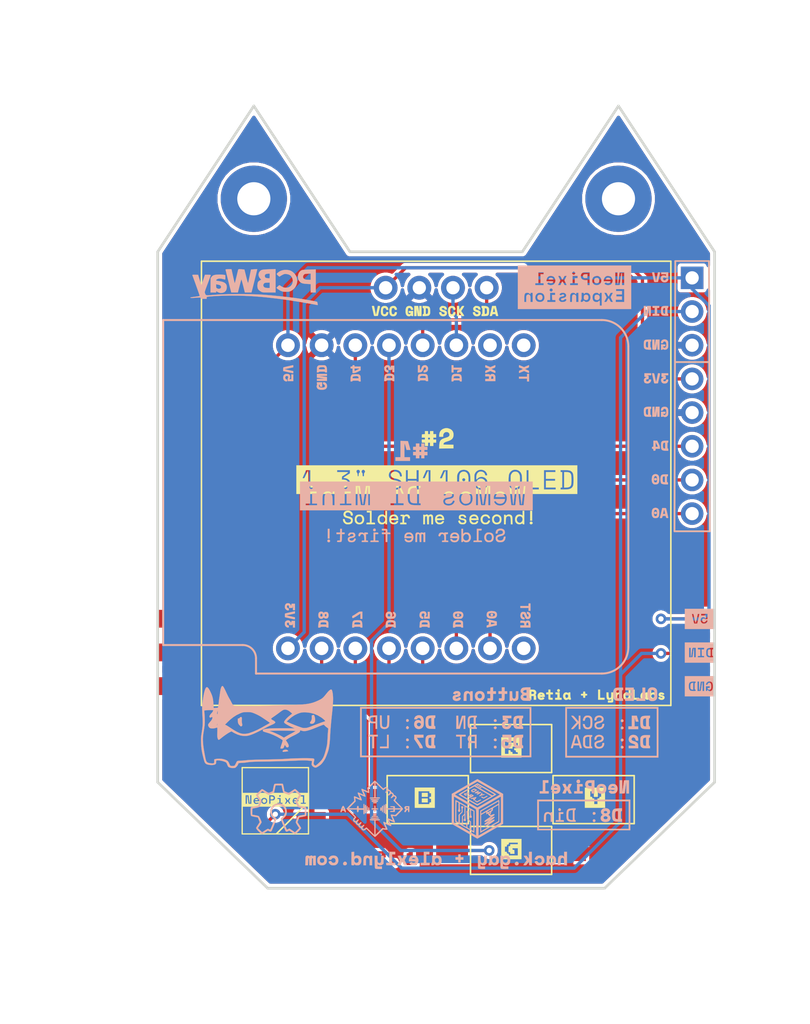
<source format=kicad_pcb>
(kicad_pcb (version 20171130) (host pcbnew 5.1.5+dfsg1-2build2)
  (layers (0 F.Cu signal) (31 B.Cu signal) (34 B.Paste user) (35 F.Paste user) (36 B.SilkS user) (37 F.SilkS user) (38 B.Mask user) (39 F.Mask user) (44 Edge.Cuts user))
  (net 0 "")
  (net 1 "Net-(Brd1-Pad4)")
  (net 2 "Net-(Brd1-Pad3)")
  (net 3 "Net-(Brd1-Pad2)")
  (net 4 "Net-(D1-Pad4)")
  (net 5 "Net-(D1-Pad2)")
  (net 6 /D6)
  (net 7 /D7)
  (net 8 /D5)
  (net 9 "Net-(U1-Pad16)")
  (net 10 "Net-(U1-Pad1)")
  (net 11 "Net-(U1-Pad15)")
  (net 12 "Net-(U1-Pad2)")
  (net 13 "Net-(U1-Pad3)")
  (net 14 "Net-(U1-Pad12)")
  (net 15 "Net-(U1-Pad11)")
  (net 16 +5V)
  (net 17 GND)
  (module Nugget-PCB-Art (layer F.Cu) (at 0 0)
    (fp_text reference Ref** hide)
    (fp_text value Val** hide)
    (fp_poly (pts (xy -9.630833 26.246667) (xy -9.704917 26.246667) (xy -9.75457 26.249943) (xy -9.774933 26.26843) (xy -9.778991 26.315111) (xy -9.779 26.32075) (xy -9.779 26.394834) (xy -10.522389 26.394834) (xy -10.51582 26.315459) (xy -10.50925 26.236084) (xy -10.218208 26.230195) (xy -9.927167 26.224306) (xy -9.927167 26.119667) (xy -10.519833 26.119667) (xy -10.519833 26.045584) (xy -10.52311 25.995931) (xy -10.541597 25.975567) (xy -10.588278 25.971509) (xy -10.593917 25.9715) (xy -10.668 25.9715) (xy -10.668 25.675167) (xy -10.3505 25.675167) (xy -10.3505 25.950334) (xy -9.927167 25.950334) (xy -9.927167 25.675167) (xy -10.3505 25.675167) (xy -10.668 25.675167) (xy -10.668 25.654) (xy -10.593917 25.654) (xy -10.544264 25.650724) (xy -10.523901 25.632237) (xy -10.519843 25.585556) (xy -10.519833 25.579917) (xy -10.519833 25.505834) (xy -9.630833 25.505834) (xy -9.630833 26.246667)) (layer F.Cu) (width 0.01))
    (fp_poly (pts (xy -8.466667 26.246667) (xy -8.54075 26.246667) (xy -8.590403 26.249943) (xy -8.610766 26.26843) (xy -8.614824 26.315111) (xy -8.614833 26.32075) (xy -8.614833 26.394834) (xy -9.358222 26.394834) (xy -9.351653 26.315459) (xy -9.345083 26.236084) (xy -9.054042 26.230195) (xy -8.763 26.224306) (xy -8.763 26.119667) (xy -9.355667 26.119667) (xy -9.355667 26.045584) (xy -9.358943 25.995931) (xy -9.37743 25.975567) (xy -9.424111 25.971509) (xy -9.42975 25.9715) (xy -9.503833 25.9715) (xy -9.503833 25.675167) (xy -9.186333 25.675167) (xy -9.186333 25.950334) (xy -8.763 25.950334) (xy -8.763 25.675167) (xy -9.186333 25.675167) (xy -9.503833 25.675167) (xy -9.503833 25.654) (xy -9.42975 25.654) (xy -9.380097 25.650724) (xy -9.359734 25.632237) (xy -9.355676 25.585556) (xy -9.355667 25.579917) (xy -9.355667 25.505834) (xy -8.466667 25.505834) (xy -8.466667 26.246667)) (layer F.Cu) (width 0.01))
    (fp_poly (pts (xy -12.678833 25.283584) (xy -12.675557 25.333236) (xy -12.65707 25.3536) (xy -12.610389 25.357658) (xy -12.60475 25.357667) (xy -12.555097 25.360943) (xy -12.534734 25.37943) (xy -12.530676 25.426111) (xy -12.530667 25.43175) (xy -12.52739 25.481403) (xy -12.508904 25.501766) (xy -12.462222 25.505824) (xy -12.456583 25.505834) (xy -12.406931 25.50911) (xy -12.386567 25.527597) (xy -12.382509 25.574278) (xy -12.3825 25.579917) (xy -12.37896 25.629691) (xy -12.361005 25.650106) (xy -12.319 25.654) (xy -12.2555 25.654) (xy -12.2555 25.2095) (xy -11.959167 25.2095) (xy -11.959167 26.246667) (xy -12.2555 26.246667) (xy -12.2555 25.9715) (xy -12.329583 25.9715) (xy -12.379236 25.968224) (xy -12.3996 25.949737) (xy -12.403658 25.903056) (xy -12.403667 25.897417) (xy -12.406943 25.847764) (xy -12.42543 25.827401) (xy -12.472111 25.823343) (xy -12.47775 25.823334) (xy -12.527403 25.820057) (xy -12.547766 25.80157) (xy -12.551824 25.754889) (xy -12.551833 25.74925) (xy -12.555373 25.699476) (xy -12.573328 25.679061) (xy -12.615333 25.675167) (xy -12.678833 25.675167) (xy -12.678833 26.246667) (xy -12.996333 26.246667) (xy -12.996333 25.2095) (xy -12.678833 25.2095) (xy -12.678833 25.283584)) (layer F.Cu) (width 0.01))
    (fp_poly (pts (xy -11.514667 26.0985) (xy -11.091333 26.0985) (xy -11.091333 25.505834) (xy -10.795 25.505834) (xy -10.795 26.246667) (xy -11.684 26.246667) (xy -11.684 26.184508) (xy -11.689542 26.140853) (xy -11.714879 26.121691) (xy -11.752792 26.115716) (xy -11.821583 26.109084) (xy -11.833329 25.505834) (xy -11.514667 25.505834) (xy -11.514667 26.0985)) (layer F.Cu) (width 0.01))
    (fp_poly (pts (xy -7.450667 25.579917) (xy -7.44739 25.62957) (xy -7.428904 25.649933) (xy -7.382222 25.653991) (xy -7.376583 25.654) (xy -7.3025 25.654) (xy -7.3025 25.9715) (xy -8.022167 25.9715) (xy -8.022167 26.0985) (xy -7.450667 26.0985) (xy -7.450667 26.246667) (xy -8.1915 26.246667) (xy -8.1915 26.184508) (xy -8.197042 26.140853) (xy -8.222379 26.121691) (xy -8.260292 26.115716) (xy -8.329083 26.109084) (xy -8.34054 25.675167) (xy -8.022167 25.675167) (xy -8.022167 25.802167) (xy -7.598833 25.802167) (xy -7.598833 25.675167) (xy -8.022167 25.675167) (xy -8.34054 25.675167) (xy -8.341099 25.654) (xy -8.2663 25.654) (xy -8.21633 25.65081) (xy -8.195711 25.632704) (xy -8.191514 25.586875) (xy -8.1915 25.579917) (xy -8.1915 25.505834) (xy -7.450667 25.505834) (xy -7.450667 25.579917)) (layer F.Cu) (width 0.01))
    (fp_poly (pts (xy -6.577542 25.213865) (xy -6.424083 25.220084) (xy -6.417825 25.362959) (xy -6.411566 25.505834) (xy -6.138333 25.505834) (xy -6.138333 25.675167) (xy -6.4135 25.675167) (xy -6.4135 26.246667) (xy -6.731 26.246667) (xy -6.731 25.675167) (xy -7.027333 25.675167) (xy -7.027333 25.505834) (xy -6.731 25.505834) (xy -6.731 25.207646) (xy -6.577542 25.213865)) (layer F.Cu) (width 0.01))
    (fp_poly (pts (xy -3.958167 25.283584) (xy -3.95489 25.333236) (xy -3.936404 25.3536) (xy -3.889722 25.357658) (xy -3.884083 25.357667) (xy -3.81 25.357667) (xy -3.81 25.675167) (xy -3.884083 25.675167) (xy -3.933736 25.678443) (xy -3.9541 25.69693) (xy -3.958158 25.743611) (xy -3.958167 25.74925) (xy -3.961748 25.79905) (xy -3.979657 25.819474) (xy -4.020326 25.823334) (xy -4.063981 25.828875) (xy -4.083143 25.854213) (xy -4.089117 25.892125) (xy -4.09575 25.960917) (xy -4.238625 25.967176) (xy -4.314249 25.971183) (xy -4.356974 25.977878) (xy -4.376194 25.991786) (xy -4.381302 26.017427) (xy -4.3815 26.035967) (xy -4.3815 26.0985) (xy -3.81 26.0985) (xy -3.81 26.246667) (xy -4.847167 26.246667) (xy -4.847167 25.950334) (xy -4.773083 25.950334) (xy -4.723431 25.947057) (xy -4.703067 25.92857) (xy -4.699009 25.881889) (xy -4.699 25.87625) (xy -4.695724 25.826597) (xy -4.677237 25.806234) (xy -4.630556 25.802176) (xy -4.624917 25.802167) (xy -4.575264 25.79889) (xy -4.554901 25.780404) (xy -4.550843 25.733722) (xy -4.550833 25.728084) (xy -4.550833 25.654) (xy -4.2545 25.654) (xy -4.2545 25.579917) (xy -4.251224 25.530264) (xy -4.232737 25.509901) (xy -4.186056 25.505843) (xy -4.180417 25.505834) (xy -4.130643 25.502294) (xy -4.110228 25.484339) (xy -4.106333 25.442334) (xy -4.106333 25.378834) (xy -4.529667 25.378834) (xy -4.529667 25.527) (xy -4.847167 25.527) (xy -4.847167 25.442334) (xy -4.844924 25.388124) (xy -4.831076 25.364034) (xy -4.794944 25.357856) (xy -4.773083 25.357667) (xy -4.723431 25.35439) (xy -4.703067 25.335904) (xy -4.699009 25.289222) (xy -4.699 25.283584) (xy -4.699 25.2095) (xy -3.958167 25.2095) (xy -3.958167 25.283584)) (layer F.Cu) (width 0.01))
    (fp_poly (pts (xy -3.069167 26.246667) (xy -3.386667 26.246667) (xy -3.386667 25.950334) (xy -3.069167 25.950334) (xy -3.069167 26.246667)) (layer F.Cu) (width 0.01))
    (fp_poly (pts (xy -1.767417 25.220084) (xy -1.755975 26.0985) (xy -1.481667 26.0985) (xy -1.481667 26.246667) (xy -2.370667 26.246667) (xy -2.370667 26.0985) (xy -2.074333 26.0985) (xy -2.074333 25.527) (xy -2.148417 25.527) (xy -2.19585 25.524437) (xy -2.216929 25.508611) (xy -2.222335 25.467317) (xy -2.2225 25.442334) (xy -2.220257 25.388124) (xy -2.206409 25.364034) (xy -2.170277 25.357856) (xy -2.148417 25.357667) (xy -2.098973 25.354462) (xy -2.078535 25.33624) (xy -2.074349 25.290088) (xy -2.074333 25.282656) (xy -2.074333 25.207646) (xy -1.767417 25.220084)) (layer F.Cu) (width 0.01))
    (fp_poly (pts (xy -18.944167 13.419667) (xy -20.997333 13.419667) (xy -20.997333 12.086167) (xy -18.944167 12.086167) (xy -18.944167 13.419667)) (layer F.Cu) (width 0.01))
    (fp_poly (pts (xy 20.997333 13.419667) (xy 18.944167 13.419667) (xy 18.944167 12.086167) (xy 20.997333 12.086167) (xy 20.997333 13.419667)) (layer F.Cu) (width 0.01))
    (fp_poly (pts (xy -18.944167 10.879667) (xy -20.997333 10.879667) (xy -20.997333 9.546167) (xy -18.944167 9.546167) (xy -18.944167 10.879667)) (layer F.Cu) (width 0.01))
    (fp_poly (pts (xy 20.997333 10.879667) (xy 18.944167 10.879667) (xy 18.944167 9.546167) (xy 20.997333 9.546167) (xy 20.997333 10.879667)) (layer F.Cu) (width 0.01))
    (fp_poly (pts (xy -18.944167 8.339667) (xy -20.997333 8.339667) (xy -20.997333 7.006167) (xy -18.944167 7.006167) (xy -18.944167 8.339667)) (layer F.Cu) (width 0.01))
    (fp_poly (pts (xy 20.997333 8.339667) (xy 18.944167 8.339667) (xy 18.944167 7.006167) (xy 20.997333 7.006167) (xy 20.997333 8.339667)) (layer F.Cu) (width 0.01))
    (fp_poly (pts (xy -18.880667 -0.529166) (xy -19.452167 -0.529166) (xy -19.452167 -0.105833) (xy -18.880667 -0.105833) (xy -18.880667 0.1905) (xy -19.8755 0.1905) (xy -19.8755 -0.105833) (xy -19.600333 -0.105833) (xy -19.600333 -0.677333) (xy -19.52625 -0.677333) (xy -19.476597 -0.68061) (xy -19.456234 -0.699096) (xy -19.452176 -0.745778) (xy -19.452167 -0.751416) (xy -19.452167 -0.8255) (xy -18.880667 -0.8255) (xy -18.880667 -0.529166)) (layer F.Cu) (width 0.01))
    (fp_poly (pts (xy -18.880667 -1.0795) (xy -18.95475 -1.0795) (xy -19.004524 -1.07596) (xy -19.024939 -1.058005) (xy -19.028833 -1.016) (xy -19.032963 -0.973337) (xy -19.053911 -0.955838) (xy -19.102917 -0.9525) (xy -19.152691 -0.95604) (xy -19.173106 -0.973995) (xy -19.177 -1.016) (xy -19.18113 -1.058663) (xy -19.202078 -1.076162) (xy -19.251083 -1.0795) (xy -19.325167 -1.0795) (xy -19.325167 -1.651) (xy -19.155833 -1.651) (xy -19.155833 -1.248833) (xy -19.028833 -1.248833) (xy -19.028833 -1.651) (xy -19.155833 -1.651) (xy -19.325167 -1.651) (xy -19.452167 -1.651) (xy -19.452167 -1.0795) (xy -19.600333 -1.0795) (xy -19.600333 -1.799166) (xy -19.52625 -1.799166) (xy -19.476597 -1.802443) (xy -19.456234 -1.82093) (xy -19.452176 -1.867611) (xy -19.452167 -1.87325) (xy -19.452167 -1.947333) (xy -18.880667 -1.947333) (xy -18.880667 -1.0795)) (layer F.Cu) (width 0.01))
    (fp_poly (pts (xy -19.476476 -3.065627) (xy -19.456061 -3.047672) (xy -19.452167 -3.005666) (xy -19.448037 -2.963003) (xy -19.427089 -2.945505) (xy -19.378083 -2.942166) (xy -19.328431 -2.93889) (xy -19.308067 -2.920403) (xy -19.304009 -2.873722) (xy -19.304 -2.868083) (xy -19.30046 -2.818309) (xy -19.282505 -2.797894) (xy -19.2405 -2.794) (xy -19.197837 -2.79813) (xy -19.180338 -2.819077) (xy -19.177 -2.868083) (xy -19.173724 -2.917736) (xy -19.155237 -2.938099) (xy -19.108556 -2.942157) (xy -19.102917 -2.942166) (xy -19.053143 -2.945706) (xy -19.032728 -2.963661) (xy -19.028833 -3.005666) (xy -19.024704 -3.04833) (xy -19.003756 -3.065828) (xy -18.95475 -3.069166) (xy -18.880667 -3.069166) (xy -18.880667 -2.772833) (xy -18.95475 -2.772833) (xy -19.004403 -2.769557) (xy -19.024766 -2.75107) (xy -19.028824 -2.704389) (xy -19.028833 -2.69875) (xy -19.032373 -2.648976) (xy -19.050328 -2.628561) (xy -19.092333 -2.624666) (xy -19.127483 -2.623003) (xy -19.146455 -2.611362) (xy -19.154238 -2.579765) (xy -19.155822 -2.518234) (xy -19.155833 -2.497666) (xy -19.155833 -2.370666) (xy -18.880667 -2.370666) (xy -18.880667 -2.074333) (xy -19.8755 -2.074333) (xy -19.8755 -2.370666) (xy -19.325167 -2.370666) (xy -19.325167 -2.497666) (xy -19.325998 -2.567965) (xy -19.331819 -2.605909) (xy -19.347617 -2.621475) (xy -19.378383 -2.624643) (xy -19.388667 -2.624666) (xy -19.43133 -2.628796) (xy -19.448829 -2.649744) (xy -19.452167 -2.69875) (xy -19.455443 -2.748403) (xy -19.47393 -2.768766) (xy -19.520611 -2.772824) (xy -19.52625 -2.772833) (xy -19.600333 -2.772833) (xy -19.600333 -3.069166) (xy -19.52625 -3.069166) (xy -19.476476 -3.065627)) (layer F.Cu) (width 0.01))
    (fp_poly (pts (xy -19.452167 -3.4925) (xy -19.028833 -3.4925) (xy -19.028833 -4.212166) (xy -18.880667 -4.212166) (xy -18.880667 -3.344333) (xy -18.95475 -3.344333) (xy -19.004403 -3.341057) (xy -19.024766 -3.32257) (xy -19.028824 -3.275889) (xy -19.028833 -3.27025) (xy -19.028833 -3.196166) (xy -19.452167 -3.196166) (xy -19.452167 -3.27025) (xy -19.455443 -3.319903) (xy -19.47393 -3.340266) (xy -19.520611 -3.344324) (xy -19.52625 -3.344333) (xy -19.600333 -3.344333) (xy -19.600333 -4.212166) (xy -19.452167 -4.212166) (xy -19.452167 -3.4925)) (layer F.Cu) (width 0.01))
    (fp_poly (pts (xy -18.880667 -4.466166) (xy -18.95475 -4.466166) (xy -19.004403 -4.46289) (xy -19.024766 -4.444403) (xy -19.028824 -4.397722) (xy -19.028833 -4.392083) (xy -19.03211 -4.34243) (xy -19.050597 -4.322067) (xy -19.097278 -4.318009) (xy -19.102917 -4.318) (xy -19.15257 -4.321276) (xy -19.172933 -4.339763) (xy -19.176991 -4.386444) (xy -19.177 -4.392083) (xy -19.180277 -4.441736) (xy -19.198763 -4.462099) (xy -19.245445 -4.466157) (xy -19.251083 -4.466166) (xy -19.325167 -4.466166) (xy -19.325167 -5.037666) (xy -19.155833 -5.037666) (xy -19.155833 -4.6355) (xy -19.028833 -4.6355) (xy -19.028833 -5.037666) (xy -19.155833 -5.037666) (xy -19.325167 -5.037666) (xy -19.452167 -5.037666) (xy -19.452167 -4.466166) (xy -19.600333 -4.466166) (xy -19.600333 -5.185833) (xy -19.52625 -5.185833) (xy -19.476597 -5.18911) (xy -19.456234 -5.207596) (xy -19.452176 -5.254278) (xy -19.452167 -5.259916) (xy -19.452167 -5.334) (xy -18.880667 -5.334) (xy -18.880667 -4.466166)) (layer F.Cu) (width 0.01))
    (fp_poly (pts (xy -19.452167 -6.180666) (xy -18.880667 -6.180666) (xy -18.880667 -5.884333) (xy -19.452167 -5.884333) (xy -19.452167 -5.588) (xy -19.600333 -5.588) (xy -19.600333 -5.884333) (xy -19.8755 -5.884333) (xy -19.8755 -6.180666) (xy -19.600333 -6.180666) (xy -19.600333 -6.455833) (xy -19.452167 -6.455833) (xy -19.452167 -6.180666)) (layer F.Cu) (width 0.01))
    (fp_poly (pts (xy -18.880667 -6.858) (xy -19.177 -6.858) (xy -19.177 -7.1755) (xy -18.880667 -7.1755) (xy -18.880667 -6.858)) (layer F.Cu) (width 0.01))
    (fp_poly (pts (xy -19.452167 -8.022166) (xy -19.028833 -8.022166) (xy -19.028833 -8.720666) (xy -18.880667 -8.720666) (xy -18.880667 -7.852833) (xy -18.95475 -7.852833) (xy -19.004403 -7.849557) (xy -19.024766 -7.83107) (xy -19.028824 -7.784389) (xy -19.028833 -7.77875) (xy -19.028833 -7.704666) (xy -19.452167 -7.704666) (xy -19.452167 -7.77875) (xy -19.455443 -7.828403) (xy -19.47393 -7.848766) (xy -19.520611 -7.852824) (xy -19.52625 -7.852833) (xy -19.600333 -7.852833) (xy -19.600333 -8.720666) (xy -19.452167 -8.720666) (xy -19.452167 -8.022166)) (layer F.Cu) (width 0.01))
    (fp_poly (pts (xy -19.028833 -9.779) (xy -19.024704 -9.736337) (xy -19.003756 -9.718838) (xy -18.95475 -9.7155) (xy -18.880667 -9.7155) (xy -18.880667 -8.974666) (xy -18.95475 -8.974666) (xy -19.004524 -8.971127) (xy -19.024939 -8.953172) (xy -19.028833 -8.911166) (xy -19.028833 -8.847666) (xy -19.452167 -8.847666) (xy -19.452167 -8.911166) (xy -19.456297 -8.95383) (xy -19.477244 -8.971328) (xy -19.52625 -8.974666) (xy -19.600333 -8.974666) (xy -19.600333 -9.546166) (xy -19.452167 -9.546166) (xy -19.452167 -9.144) (xy -19.028833 -9.144) (xy -19.028833 -9.546166) (xy -19.452167 -9.546166) (xy -19.600333 -9.546166) (xy -19.600333 -9.7155) (xy -19.52625 -9.7155) (xy -19.476476 -9.71904) (xy -19.456061 -9.736995) (xy -19.452167 -9.779) (xy -19.452167 -9.8425) (xy -19.028833 -9.8425) (xy -19.028833 -9.779)) (layer F.Cu) (width 0.01))
    (fp_poly (pts (xy -18.880667 -10.668) (xy -19.452167 -10.668) (xy -19.452167 -10.562166) (xy -18.880667 -10.562166) (xy -18.880667 -10.244666) (xy -19.452167 -10.244666) (xy -19.452167 -10.138833) (xy -18.880667 -10.138833) (xy -18.880667 -9.9695) (xy -19.600333 -9.9695) (xy -19.600333 -10.837333) (xy -19.52625 -10.837333) (xy -19.476597 -10.84061) (xy -19.456234 -10.859096) (xy -19.452176 -10.905778) (xy -19.452167 -10.911416) (xy -19.452167 -10.9855) (xy -18.880667 -10.9855) (xy -18.880667 -10.668)) (layer F.Cu) (width 0.01))
    (fp_poly (pts (xy -19.751764 -12.104057) (xy -19.731401 -12.08557) (xy -19.727343 -12.038889) (xy -19.727333 -12.03325) (xy -19.724057 -11.983597) (xy -19.70557 -11.963234) (xy -19.658889 -11.959176) (xy -19.65325 -11.959166) (xy -19.603476 -11.955627) (xy -19.583061 -11.937672) (xy -19.579167 -11.895666) (xy -19.573922 -11.850689) (xy -19.549182 -11.834112) (xy -19.515667 -11.832166) (xy -19.473004 -11.828037) (xy -19.455505 -11.807089) (xy -19.452167 -11.758083) (xy -19.44889 -11.70843) (xy -19.430404 -11.688067) (xy -19.383722 -11.684009) (xy -19.378083 -11.684) (xy -19.328431 -11.680723) (xy -19.308067 -11.662237) (xy -19.304009 -11.615555) (xy -19.304 -11.609916) (xy -19.300724 -11.560264) (xy -19.282237 -11.5399) (xy -19.235556 -11.535842) (xy -19.229917 -11.535833) (xy -19.180143 -11.532293) (xy -19.159728 -11.514338) (xy -19.155833 -11.472333) (xy -19.150589 -11.427356) (xy -19.125849 -11.410779) (xy -19.092333 -11.408833) (xy -19.04967 -11.404703) (xy -19.032172 -11.383756) (xy -19.028833 -11.33475) (xy -19.025557 -11.285097) (xy -19.00707 -11.264734) (xy -18.960389 -11.260676) (xy -18.95475 -11.260666) (xy -18.907317 -11.258103) (xy -18.886238 -11.242277) (xy -18.880832 -11.200983) (xy -18.880667 -11.176) (xy -18.88291 -11.121791) (xy -18.896758 -11.0977) (xy -18.93289 -11.091522) (xy -18.95475 -11.091333) (xy -19.004403 -11.09461) (xy -19.024766 -11.113096) (xy -19.028824 -11.159778) (xy -19.028833 -11.165416) (xy -19.03211 -11.215069) (xy -19.050597 -11.235433) (xy -19.097278 -11.239491) (xy -19.102917 -11.2395) (xy -19.15257 -11.242776) (xy -19.172933 -11.261263) (xy -19.176991 -11.307944) (xy -19.177 -11.313583) (xy -19.180277 -11.363236) (xy -19.198763 -11.383599) (xy -19.245445 -11.387657) (xy -19.251083 -11.387666) (xy -19.300857 -11.391206) (xy -19.321272 -11.409161) (xy -19.325167 -11.451166) (xy -19.330412 -11.496144) (xy -19.355152 -11.512721) (xy -19.388667 -11.514666) (xy -19.43133 -11.518796) (xy -19.448829 -11.539744) (xy -19.452167 -11.58875) (xy -19.455443 -11.638403) (xy -19.47393 -11.658766) (xy -19.520611 -11.662824) (xy -19.52625 -11.662833) (xy -19.575903 -11.66611) (xy -19.596266 -11.684596) (xy -19.600324 -11.731278) (xy -19.600333 -11.736916) (xy -19.60361 -11.786569) (xy -19.622097 -11.806933) (xy -19.668778 -11.810991) (xy -19.674417 -11.811) (xy -19.724191 -11.81454) (xy -19.744606 -11.832495) (xy -19.7485 -11.8745) (xy -19.753745 -11.919477) (xy -19.778485 -11.936054) (xy -19.812 -11.938) (xy -19.852717 -11.941343) (xy -19.870817 -11.959461) (xy -19.8754 -12.004486) (xy -19.8755 -12.022666) (xy -19.873257 -12.076876) (xy -19.859409 -12.100966) (xy -19.823277 -12.107144) (xy -19.801417 -12.107333) (xy -19.751764 -12.104057)) (layer F.Cu) (width 0.01))
    (fp_poly (pts (xy -18.880667 -12.932833) (xy -19.452167 -12.932833) (xy -19.452167 -12.530666) (xy -18.880667 -12.530666) (xy -18.880667 -12.234333) (xy -19.600333 -12.234333) (xy -19.600333 -13.102166) (xy -19.52625 -13.102166) (xy -19.476476 -13.105706) (xy -19.456061 -13.123661) (xy -19.452167 -13.165666) (xy -19.452167 -13.229166) (xy -18.880667 -13.229166) (xy -18.880667 -12.932833)) (layer F.Cu) (width 0.01))
    (fp_poly (pts (xy -18.880667 -13.504333) (xy -18.95475 -13.504333) (xy -19.004403 -13.501057) (xy -19.024766 -13.48257) (xy -19.028824 -13.435889) (xy -19.028833 -13.43025) (xy -19.028833 -13.356166) (xy -19.600333 -13.356166) (xy -19.600333 -13.6525) (xy -19.028833 -13.6525) (xy -19.028833 -14.054666) (xy -19.600333 -14.054666) (xy -19.600333 -14.372166) (xy -18.880667 -14.372166) (xy -18.880667 -13.504333)) (layer F.Cu) (width 0.01))
    (fp_poly (pts (xy -18.880667 -15.419916) (xy -18.87739 -15.370264) (xy -18.858904 -15.3499) (xy -18.812222 -15.345842) (xy -18.806583 -15.345833) (xy -18.7325 -15.345833) (xy -18.7325 -14.626166) (xy -18.901833 -14.626166) (xy -18.901833 -15.197666) (xy -19.028833 -15.197666) (xy -19.028833 -14.626166) (xy -19.092333 -14.626166) (xy -19.134997 -14.622037) (xy -19.152495 -14.601089) (xy -19.155833 -14.552083) (xy -19.155833 -14.478) (xy -19.452167 -14.478) (xy -19.452167 -14.552083) (xy -19.455443 -14.601736) (xy -19.47393 -14.622099) (xy -19.520611 -14.626157) (xy -19.52625 -14.626166) (xy -19.600333 -14.626166) (xy -19.600333 -15.197666) (xy -19.452167 -15.197666) (xy -19.452167 -14.7955) (xy -19.177 -14.7955) (xy -19.177 -15.197666) (xy -19.452167 -15.197666) (xy -19.600333 -15.197666) (xy -19.600333 -15.494) (xy -18.880667 -15.494) (xy -18.880667 -15.419916)) (layer F.Cu) (width 0.01))
    (fp_poly (pts (xy -18.880667 -16.552333) (xy -18.876537 -16.50967) (xy -18.855589 -16.492171) (xy -18.806583 -16.488833) (xy -18.7325 -16.488833) (xy -18.7325 -15.748) (xy -18.901833 -15.748) (xy -18.901833 -16.3195) (xy -19.028833 -16.3195) (xy -19.028833 -15.748) (xy -19.092333 -15.748) (xy -19.137311 -15.742755) (xy -19.153888 -15.718015) (xy -19.155833 -15.6845) (xy -19.155833 -15.621) (xy -19.452167 -15.621) (xy -19.452167 -15.6845) (xy -19.456297 -15.727163) (xy -19.477244 -15.744662) (xy -19.52625 -15.748) (xy -19.600333 -15.748) (xy -19.600333 -16.3195) (xy -19.452167 -16.3195) (xy -19.452167 -15.917333) (xy -19.177 -15.917333) (xy -19.177 -16.3195) (xy -19.452167 -16.3195) (xy -19.600333 -16.3195) (xy -19.600333 -16.615833) (xy -18.880667 -16.615833) (xy -18.880667 -16.552333)) (layer F.Cu) (width 0.01))
    (fp_poly (pts (xy -19.155833 -17.039166) (xy -19.028833 -17.039166) (xy -19.028833 -17.610666) (xy -18.880667 -17.610666) (xy -18.880667 -16.891) (xy -18.95475 -16.891) (xy -19.004403 -16.887723) (xy -19.024766 -16.869237) (xy -19.028824 -16.822555) (xy -19.028833 -16.816916) (xy -19.028833 -16.742833) (xy -19.452167 -16.742833) (xy -19.452167 -16.816916) (xy -19.455443 -16.866569) (xy -19.47393 -16.886933) (xy -19.520611 -16.890991) (xy -19.52625 -16.891) (xy -19.600333 -16.891) (xy -19.600333 -17.441333) (xy -19.452167 -17.441333) (xy -19.452167 -17.039166) (xy -19.325167 -17.039166) (xy -19.325167 -17.441333) (xy -19.452167 -17.441333) (xy -19.600333 -17.441333) (xy -19.600333 -17.610666) (xy -19.52625 -17.610666) (xy -19.476597 -17.613943) (xy -19.456234 -17.63243) (xy -19.452176 -17.679111) (xy -19.452167 -17.68475) (xy -19.452167 -17.758833) (xy -19.155833 -17.758833) (xy -19.155833 -17.039166)) (layer F.Cu) (width 0.01))
    (fp_poly (pts (xy -19.452167 -18.6055) (xy -18.880667 -18.6055) (xy -18.880667 -18.288) (xy -19.452167 -18.288) (xy -19.452167 -18.012833) (xy -19.600333 -18.012833) (xy -19.600333 -18.288) (xy -19.8755 -18.288) (xy -19.8755 -18.6055) (xy -19.600333 -18.6055) (xy -19.600333 -18.880666) (xy -19.452167 -18.880666) (xy -19.452167 -18.6055)) (layer F.Cu) (width 0.01))
  )
  (module Button_Switch_SMD:SW_SPST_FSMSM (layer F.Cu) (at 5.6515 25.146)
    (fp_text reference SW2 hide)
    (fp_text value Down)
    (pad 1 smd rect (at -4.445 0) (size 2.4 1.6) (layers F.Cu F.Paste F.Mask) (net 14 "Net-(U1-Pad12)"))
    (pad 2 smd rect (at 4.445 0) (size 2.4 1.6) (layers F.Cu F.Paste F.Mask) (net 17 GND))
  )
  (module Button_Switch_SMD:SW_SPST_FSMSM (layer F.Cu) (at 5.6515 17.4625)
    (fp_text reference SW1 hide)
    (fp_text value Up)
    (pad 1 smd rect (at -4.445 0) (size 2.4 1.6) (layers F.Cu F.Paste F.Mask) (net 6 /D6))
    (pad 2 smd rect (at 4.445 0) (size 2.4 1.6) (layers F.Cu F.Paste F.Mask) (net 17 GND))
  )
  (module Button_Switch_SMD:SW_SPST_FSMSM (layer F.Cu) (at -0.635 21.314)
    (fp_text reference SW3 hide)
    (fp_text value Left)
    (pad 1 smd rect (at -4.445 0) (size 2.4 1.6) (layers F.Cu F.Paste F.Mask) (net 7 /D7))
    (pad 2 smd rect (at 4.445 0) (size 2.4 1.6) (layers F.Cu F.Paste F.Mask) (net 17 GND))
  )
  (module Button_Switch_SMD:SW_SPST_FSMSM (layer F.Cu) (at 11.8745 21.314)
    (fp_text reference SW4 hide)
    (fp_text value Right)
    (pad 1 smd rect (at -4.445 0) (size 2.4 1.6) (layers F.Cu F.Paste F.Mask) (net 8 /D5))
    (pad 2 smd rect (at 4.445 0) (size 2.4 1.6) (layers F.Cu F.Paste F.Mask) (net 17 GND))
  )
  (module wemos-d1-mini:wemos-d1-mini-with-pin-header-and-connector (layer B.Cu) (at -2.286 -1.524)
    (fp_text reference U1 hide)
    (fp_text value "WeMos D1 Mini" hide)
    (pad 16 thru_hole circle (at 8.89 -11.43) (size 1.8 1.8) (drill 1.016) (layers *.Cu *.Mask) (net 9 "Net-(U1-Pad16)"))
    (pad 1 thru_hole circle (at 8.89 11.43) (size 1.8 1.8) (drill 1.016) (layers *.Cu *.Mask) (net 10 "Net-(U1-Pad1)"))
    (pad 15 thru_hole circle (at 6.35 -11.43) (size 1.8 1.8) (drill 1.016) (layers *.Cu *.Mask) (net 11 "Net-(U1-Pad15)"))
    (pad 2 thru_hole circle (at 6.35 11.43) (size 1.8 1.8) (drill 1.016) (layers *.Cu *.Mask) (net 12 "Net-(U1-Pad2)"))
    (pad 14 thru_hole circle (at 3.81 -11.43) (size 1.8 1.8) (drill 1.016) (layers *.Cu *.Mask) (net 2 "Net-(Brd1-Pad3)"))
    (pad 3 thru_hole circle (at 3.81 11.43) (size 1.8 1.8) (drill 1.016) (layers *.Cu *.Mask) (net 13 "Net-(U1-Pad3)"))
    (pad 13 thru_hole circle (at 1.27 -11.43) (size 1.8 1.8) (drill 1.016) (layers *.Cu *.Mask) (net 1 "Net-(Brd1-Pad4)"))
    (pad 4 thru_hole circle (at 1.27 11.43) (size 1.8 1.8) (drill 1.016) (layers *.Cu *.Mask) (net 8 /D5))
    (pad 12 thru_hole circle (at -1.27 -11.43) (size 1.8 1.8) (drill 1.016) (layers *.Cu *.Mask) (net 14 "Net-(U1-Pad12)"))
    (pad 5 thru_hole circle (at -1.27 11.43) (size 1.8 1.8) (drill 1.016) (layers *.Cu *.Mask) (net 6 /D6))
    (pad 11 thru_hole circle (at -3.81 -11.43) (size 1.8 1.8) (drill 1.016) (layers *.Cu *.Mask) (net 15 "Net-(U1-Pad11)"))
    (pad 6 thru_hole circle (at -3.81 11.43 270) (size 1.8 1.8) (drill 1.016) (layers *.Cu *.Mask) (net 7 /D7))
    (pad 10 thru_hole circle (at -6.35 -11.43) (size 1.8 1.8) (drill 1.016) (layers *.Cu *.Mask) (net 17 GND))
    (pad 7 thru_hole circle (at -6.35 11.43) (size 1.8 1.8) (drill 1.016) (layers *.Cu *.Mask) (net 4 "Net-(D1-Pad4)"))
    (pad 9 thru_hole circle (at -8.89 -11.43) (size 1.8 1.8) (drill 1.016) (layers *.Cu *.Mask) (net 16 +5V))
    (pad 8 thru_hole circle (at -8.89 11.43) (size 1.8 1.8) (drill 1.016) (layers *.Cu *.Mask) (net 3 "Net-(Brd1-Pad2)"))
  )
  (module screens:SH1106-128x64-OLED (layer F.Cu) (at 0 -2.54)
    (fp_text reference Brd1 hide)
    (fp_text value "SH1106 OLED")
    (pad 1 thru_hole circle (at -3.81 -14.75) (size 1.8 1.8) (drill 1) (layers *.Cu *.Mask) (net 3 "Net-(Brd1-Pad2)"))
    (pad 2 thru_hole circle (at -1.27 -14.75) (size 1.8 1.8) (drill 1) (layers *.Cu *.Mask) (net 17 GND))
    (pad 3 thru_hole circle (at 1.27 -14.75) (size 1.8 1.8) (drill 1) (layers *.Cu *.Mask) (net 2 "Net-(Brd1-Pad3)"))
    (pad 4 thru_hole circle (at 3.81 -14.75) (size 1.8 1.8) (drill 1) (layers *.Cu *.Mask) (net 1 "Net-(Brd1-Pad4)"))
  )
  (module LED_SMD:LED_WS2812B_PLCC4_5.0x5.0mm_P3.2mm_idiot_proof (layer F.Cu) (at -12.1285 21.3995)
    (fp_text reference D1 hide)
    (fp_text value WS2812B)
    (pad 3 smd rect (at 2.45 1.6) (size 2.2 1.5) (drill (offset 0.25 0)) (layers F.Cu F.Paste F.Mask) (net 17 GND))
    (pad 4 smd rect (at 2.45 -1.6) (size 2.2 1.5) (drill (offset 0.25 0)) (layers F.Cu F.Paste F.Mask) (net 4 "Net-(D1-Pad4)"))
    (pad 2 smd rect (at -2.45 1.6) (size 2.2 1.5) (drill (offset -0.25 0)) (layers F.Cu F.Paste F.Mask) (net 5 "Net-(D1-Pad2)"))
    (pad 1 smd rect (at -2.45 -1.6) (size 2.2 1.5) (drill (offset -0.25 0)) (layers F.Cu F.Paste F.Mask) (net 16 +5V))
  )
  (module Connector_PinHeader_2.54mm:PinHeader_1x08_P2.54mm_Vertical (layer F.Cu) (at 19.304 -18.034)
    (fp_text reference REF** hide)
    (fp_text value "8 Pin Header")
    (pad 8 thru_hole oval (at 0 17.78) (size 1.7 1.7) (drill 1) (layers *.Cu *.Mask) (net 12 "Net-(U1-Pad2)"))
    (pad 7 thru_hole oval (at 0 15.24) (size 1.7 1.7) (drill 1) (layers *.Cu *.Mask) (net 13 "Net-(U1-Pad3)"))
    (pad 6 thru_hole oval (at 0 12.7) (size 1.7 1.7) (drill 1) (layers *.Cu *.Mask) (net 15 "Net-(U1-Pad11)"))
    (pad 5 thru_hole oval (at 0 10.16) (size 1.7 1.7) (drill 1) (layers *.Cu *.Mask) (net 17 GND))
    (pad 4 thru_hole oval (at 0 7.62) (size 1.7 1.7) (drill 1) (layers *.Cu *.Mask) (net 3 "Net-(Brd1-Pad2)"))
    (pad 3 thru_hole oval (at 0 5.08) (size 1.7 1.7) (drill 1) (layers *.Cu *.Mask) (net 17 GND))
    (pad 2 thru_hole oval (at 0 2.54) (size 1.7 1.7) (drill 1) (layers *.Cu *.Mask) (net 5 "Net-(D1-Pad2)"))
    (pad 1 thru_hole rect (at 0 0) (size 1.7 1.7) (drill 1) (layers *.Cu *.Mask) (net 16 +5V))
  )
  (module MountingHole:MountingHole_2.5mm_Pad (layer F.Cu) (at 13.75 -24)
    (fp_text reference REF** hide)
    (fp_text value "M2.5 Standoff")
    (pad 1 thru_hole circle (at 0 0) (size 5 5) (drill 2.5) (layers *.Cu *.Mask))
  )
  (module MountingHole:MountingHole_2.5mm_Pad (layer F.Cu) (at -13.75 -24)
    (fp_text reference REF** hide)
    (fp_text value "M2.5 Standoff")
    (pad 1 thru_hole circle (at 0 0) (size 5 5) (drill 2.5) (layers *.Cu *.Mask))
  )
  (module LOGO (layer F.Cu) (at 0 0)
    (fp_text reference G*** hide)
    (fp_text value LOGO hide)
  )
  (module LOGO (layer F.Cu) (at 0 0)
    (fp_text reference G*** hide)
    (fp_text value LOGO hide)
  )
  (module LOGO (layer F.Cu) (at 0 0)
    (fp_text reference G*** hide)
    (fp_text value LOGO hide)
  )
  (module LOGO (layer F.Cu) (at 0 0)
    (fp_text reference G*** hide)
    (fp_text value LOGO hide)
  )
  (module LOGO (layer F.Cu) (at 0 0)
    (fp_text reference G*** hide)
    (fp_text value LOGO hide)
  )
  (module LOGO (layer F.Cu) (at 0 0)
    (fp_text reference G*** hide)
    (fp_text value LOGO hide)
  )
  (module LOGO (layer F.Cu) (at 0 0)
    (fp_text reference G*** hide)
    (fp_text value LOGO hide)
  )
  (module LOGO (layer F.Cu) (at 0 0)
    (fp_text reference G*** hide)
    (fp_text value LOGO hide)
  )
  (module LOGO (layer F.Cu) (at 0 0)
    (fp_text reference G*** hide)
    (fp_text value LOGO hide)
  )
  (module LOGO (layer F.Cu) (at 0 0)
    (fp_text reference G*** hide)
    (fp_text value LOGO hide)
  )
  (module LOGO (layer F.Cu) (at 0 0)
    (fp_text reference G*** hide)
    (fp_text value LOGO hide)
  )
  (module LOGO (layer F.Cu) (at 0 0)
    (fp_text reference G*** hide)
    (fp_text value LOGO hide)
  )
  (module LOGO (layer F.Cu) (at 0 0)
    (fp_text reference G*** hide)
    (fp_text value LOGO hide)
  )
  (module LOGO (layer F.Cu) (at 0 0)
    (fp_text reference G*** hide)
    (fp_text value LOGO hide)
  )
  (module LOGO (layer F.Cu) (at 0 0)
    (fp_text reference G*** hide)
    (fp_text value LOGO hide)
  )
  (module LOGO (layer F.Cu) (at 0 0)
    (fp_text reference G*** hide)
    (fp_text value LOGO hide)
  )
  (module LOGO (layer F.Cu) (at 0 0)
    (fp_text reference G*** hide)
    (fp_text value LOGO hide)
  )
  (module LOGO (layer F.Cu) (at 0 0)
    (fp_text reference G*** hide)
    (fp_text value LOGO hide)
  )
  (module LOGO (layer F.Cu) (at 0 0)
    (fp_text reference G*** hide)
    (fp_text value LOGO hide)
  )
  (gr_line (start 20.574 -11.684) (end 18.034 -11.684) (layer F.SilkS) (width 0.12))
  (gr_line (start 20.574 -11.684) (end 18.034 -11.684) (layer B.SilkS) (width 0.12))
  (gr_line (start 17.9705 1.0795) (end 18.034 -19.304) (layer B.SilkS) (width 0.12))
  (gr_line (start 20.6375 1.0795) (end 17.9705 1.0795) (layer B.SilkS) (width 0.12))
  (gr_line (start 20.574 -19.304) (end 20.6375 1.0795) (layer B.SilkS) (width 0.12))
  (gr_line (start 18.034 -19.304) (end 20.574 -19.304) (layer B.SilkS) (width 0.12))
  (gr_line (start -21 20) (end -21 -20) (layer Edge.Cuts) (width 0.2))
  (gr_line (start -12.7 28) (end -21 20) (layer Edge.Cuts) (width 0.2))
  (gr_line (start 12.7 28) (end -12.7 28) (layer Edge.Cuts) (width 0.2))
  (gr_line (start 21 20) (end 12.7 28) (layer Edge.Cuts) (width 0.2))
  (gr_line (start 21 -20) (end 21 20) (layer Edge.Cuts) (width 0.2))
  (gr_line (start 13.75 -31) (end 21 -20) (layer Edge.Cuts) (width 0.2))
  (gr_line (start 6.5 -20) (end 13.75 -31) (layer Edge.Cuts) (width 0.2))
  (gr_line (start -6.499999 -20) (end 6.5 -20) (layer Edge.Cuts) (width 0.2))
  (gr_line (start -13.75 -31) (end -6.499999 -20) (layer Edge.Cuts) (width 0.2))
  (gr_line (start -21 -20) (end -13.75 -31) (layer Edge.Cuts) (width 0.2))
  (segment (start -1.016 -14.226792) (end -0.383792 -14.859) (width 0.25) (layer F.Cu) (net 1))
  (segment (start -1.016 -12.954) (end -1.016 -14.226792) (width 0.25) (layer F.Cu) (net 1))
  (segment (start -0.383792 -14.859) (end 3.302 -14.859) (width 0.25) (layer F.Cu) (net 1))
  (segment (start 3.81 -15.367) (end 3.81 -17.29) (width 0.25) (layer F.Cu) (net 1))
  (segment (start 3.302 -14.859) (end 3.81 -15.367) (width 0.25) (layer F.Cu) (net 1))
  (segment (start 1.27 -17.29) (end 1.27 -15.367) (width 0.25) (layer B.Cu) (net 2))
  (segment (start 1.524 -15.113) (end 1.524 -12.954) (width 0.25) (layer B.Cu) (net 2))
  (segment (start 1.27 -15.367) (end 1.524 -15.113) (width 0.25) (layer B.Cu) (net 2))
  (segment (start -3.81 -17.29) (end -2.304 -18.796) (width 0.25) (layer F.Cu) (net 3))
  (segment (start -2.304 -18.796) (end 14.732 -18.796) (width 0.25) (layer F.Cu) (net 3))
  (segment (start 14.732 -18.796) (end 15.5575 -17.9705) (width 0.25) (layer F.Cu) (net 3))
  (segment (start 15.5575 -17.9705) (end 15.5575 -11.176) (width 0.25) (layer F.Cu) (net 3))
  (segment (start 16.3195 -10.414) (end 19.304 -10.414) (width 0.25) (layer F.Cu) (net 3))
  (segment (start 15.5575 -11.176) (end 16.3195 -10.414) (width 0.25) (layer F.Cu) (net 3))
  (segment (start -9.950999 8.680999) (end -9.950999 -16.084001) (width 0.25) (layer B.Cu) (net 3))
  (segment (start -11.176 9.906) (end -9.950999 8.680999) (width 0.25) (layer B.Cu) (net 3))
  (segment (start -8.745 -17.29) (end -3.81 -17.29) (width 0.25) (layer B.Cu) (net 3))
  (segment (start -9.950999 -16.084001) (end -8.745 -17.29) (width 0.25) (layer B.Cu) (net 3))
  (segment (start -8.636 18.757) (end -8.636 9.906) (width 0.25) (layer F.Cu) (net 4))
  (segment (start -9.6785 19.7995) (end -8.636 18.757) (width 0.25) (layer F.Cu) (net 4))
  (segment (start 17.018 10.287) (end 17.018 10.287) (width 0.25) (layer F.Cu) (net 5))
  (via (at 16.9545 10.287) (size 0.8) (drill 0.4) (layers F.Cu B.Cu) (net 5))
  (segment (start -14.5785 22.9995) (end -12.7125 22.9995) (width 0.25) (layer F.Cu) (net 5))
  (segment (start -12.7125 22.9995) (end -12.1285 22.4155) (width 0.25) (layer F.Cu) (net 5))
  (segment (start -12.1285 22.4155) (end -12.1285 22.4155) (width 0.25) (layer F.Cu) (net 5))
  (via (at -12.1285 22.4155) (size 0.8) (drill 0.4) (layers F.Cu B.Cu) (net 5))
  (segment (start -12.1285 22.4155) (end -6.6675 22.4155) (width 0.25) (layer B.Cu) (net 5))
  (segment (start -6.6675 22.4155) (end -2.6035 26.4795) (width 0.25) (layer B.Cu) (net 5))
  (segment (start -2.6035 26.4795) (end 10.414 26.4795) (width 0.25) (layer B.Cu) (net 5))
  (segment (start 10.414 26.4795) (end 13.9065 22.987) (width 0.25) (layer B.Cu) (net 5))
  (segment (start 15.875 -15.494) (end 19.304 -15.494) (width 0.25) (layer B.Cu) (net 5))
  (segment (start 13.9065 -13.5255) (end 15.875 -15.494) (width 0.25) (layer B.Cu) (net 5))
  (segment (start 16.9545 10.287) (end 19.812 10.287) (width 0.25) (layer F.Cu) (net 5))
  (segment (start 13.9065 13.5255) (end 13.9065 11.8745) (width 0.25) (layer B.Cu) (net 5))
  (segment (start 13.9065 22.987) (end 13.9065 13.5255) (width 0.25) (layer B.Cu) (net 5))
  (segment (start 13.9065 13.5255) (end 13.9065 -13.5255) (width 0.25) (layer B.Cu) (net 5))
  (segment (start 15.494 10.287) (end 16.9545 10.287) (width 0.25) (layer B.Cu) (net 5))
  (segment (start 13.9065 11.8745) (end 15.494 10.287) (width 0.25) (layer B.Cu) (net 5))
  (segment (start -3.556 11.178792) (end -3.556 9.906) (width 0.25) (layer F.Cu) (net 6))
  (segment (start -3.556 14.185) (end -3.556 11.178792) (width 0.25) (layer F.Cu) (net 6))
  (segment (start 1.0615 17.4625) (end 1.0615 15.857) (width 0.25) (layer F.Cu) (net 6))
  (segment (start 1.0615 15.857) (end 0.1905 14.986) (width 0.25) (layer F.Cu) (net 6))
  (segment (start -2.755 14.986) (end -3.556 14.185) (width 0.25) (layer F.Cu) (net 6))
  (segment (start 0.1905 14.986) (end -2.755 14.986) (width 0.25) (layer F.Cu) (net 6))
  (segment (start -5.225 21.314) (end -5.225 15.4125) (width 0.25) (layer F.Cu) (net 7))
  (segment (start -6.096 14.5415) (end -6.096 9.906) (width 0.25) (layer F.Cu) (net 7))
  (segment (start -5.225 15.4125) (end -6.096 14.5415) (width 0.25) (layer F.Cu) (net 7))
  (segment (start 7.2845 21.314) (end 7.2845 15.0315) (width 0.25) (layer F.Cu) (net 8))
  (segment (start 7.2845 15.0315) (end 5.7785 13.5255) (width 0.25) (layer F.Cu) (net 8))
  (segment (start 5.7785 13.5255) (end 0.1905 13.5255) (width 0.25) (layer F.Cu) (net 8))
  (segment (start -1.016 12.319) (end -1.016 9.906) (width 0.25) (layer F.Cu) (net 8))
  (segment (start 0.1905 13.5255) (end -1.016 12.319) (width 0.25) (layer F.Cu) (net 8))
  (segment (start 4.064 9.906) (end 4.064 1.9685) (width 0.25) (layer F.Cu) (net 12))
  (segment (start 6.2865 -0.254) (end 19.304 -0.254) (width 0.25) (layer F.Cu) (net 12))
  (segment (start 4.064 1.9685) (end 6.2865 -0.254) (width 0.25) (layer F.Cu) (net 12))
  (segment (start 19.304 -2.794) (end 5.715 -2.794) (width 0.25) (layer F.Cu) (net 13))
  (segment (start 1.524 1.397) (end 1.524 9.906) (width 0.25) (layer F.Cu) (net 13))
  (segment (start 5.715 -2.794) (end 1.524 1.397) (width 0.25) (layer F.Cu) (net 13))
  (segment (start -3.556 -12.954) (end -3.556 5.334) (width 0.25) (layer B.Cu) (net 14))
  (segment (start -3.556 5.334) (end -3.556 8.001) (width 0.25) (layer B.Cu) (net 14))
  (segment (start -4.870999 9.315999) (end -4.870999 22.942001) (width 0.25) (layer B.Cu) (net 14))
  (segment (start -3.556 8.001) (end -4.870999 9.315999) (width 0.25) (layer B.Cu) (net 14))
  (segment (start -4.870999 22.942001) (end -2.667 25.146) (width 0.25) (layer B.Cu) (net 14))
  (segment (start -2.667 25.146) (end 4.0005 25.146) (width 0.25) (layer B.Cu) (net 14))
  (segment (start 4.0005 25.146) (end 4.0005 25.146) (width 0.25) (layer B.Cu) (net 14))
  (via (at 4.0005 25.146) (size 0.8) (drill 0.4) (layers F.Cu B.Cu) (net 14))
  (segment (start 4.0005 25.146) (end 1.0615 25.146) (width 0.25) (layer F.Cu) (net 14))
  (segment (start -6.096 -12.954) (end -6.096 -7.1755) (width 0.25) (layer F.Cu) (net 15))
  (segment (start -4.2545 -5.334) (end 19.304 -5.334) (width 0.25) (layer F.Cu) (net 15))
  (segment (start -6.096 -7.1755) (end -4.2545 -5.334) (width 0.25) (layer F.Cu) (net 15))
  (segment (start 19.939 7.6835) (end 16.9545 7.6835) (width 0.25) (layer F.Cu) (net 16))
  (segment (start 16.9545 7.6835) (end 16.9545 7.6835) (width 0.25) (layer F.Cu) (net 16))
  (via (at 16.9545 7.6835) (size 0.8) (drill 0.4) (layers F.Cu B.Cu) (net 16))
  (segment (start -14.5785 -9.5515) (end -11.176 -12.954) (width 0.25) (layer F.Cu) (net 16))
  (segment (start -14.5785 19.7995) (end -14.5785 -9.5515) (width 0.25) (layer F.Cu) (net 16))
  (segment (start 19.304 -17.2085) (end 20.57499 -15.93751) (width 0.25) (layer B.Cu) (net 16))
  (segment (start 19.304 -18.034) (end 19.304 -17.2085) (width 0.25) (layer B.Cu) (net 16))
  (segment (start 20.57499 -15.93751) (end 20.57499 7.23801) (width 0.25) (layer B.Cu) (net 16))
  (segment (start 20.1295 7.6835) (end 16.9545 7.6835) (width 0.25) (layer B.Cu) (net 16))
  (segment (start 20.57499 7.23801) (end 20.1295 7.6835) (width 0.25) (layer B.Cu) (net 16))
  (segment (start 19.304 -18.034) (end 7.3025 -18.034) (width 0.25) (layer B.Cu) (net 16))
  (segment (start 7.3025 -18.034) (end 6.5405 -18.796) (width 0.25) (layer B.Cu) (net 16))
  (segment (start 6.5405 -18.796) (end -9.652 -18.796) (width 0.25) (layer B.Cu) (net 16))
  (segment (start -11.176 -17.272) (end -11.176 -12.954) (width 0.25) (layer B.Cu) (net 16))
  (segment (start -9.652 -18.796) (end -11.176 -17.272) (width 0.25) (layer B.Cu) (net 16))
  (segment (start 19.921361 15.642167) (end 19.921361 13.038667) (width 0.5) (layer F.Cu) (net 17))
  (segment (start 16.4645 21.314) (end 16.4645 13.317) (width 0.25) (layer F.Cu) (net 17))
  (segment (start 16.4645 13.317) (end 17.018 12.7635) (width 0.25) (layer F.Cu) (net 17))
  (segment (start 17.018 12.7635) (end 19.6215 12.7635) (width 0.5) (layer F.Cu) (net 17))
  (zone (net 17) (net_name GND) (layer F.Cu) (connect_pads (clearance 0.25)) (min_thickness 0.254) (fill yes (arc_segments 32) (thermal_gap 0.508) (thermal_bridge_width 0.508))
    (polygon (pts (xy 25.4 33.401) (xy -24.0665 33.401) (xy -24.0665 -32.9565) (xy 25.4 -32.9565)))
  )
  (zone (net 0) (net_name "") (layer F.Cu) (connect_pads (clearance 0.25)) (min_thickness 0.254) (fill yes (arc_segments 32) (thermal_gap 0.508) (thermal_bridge_width 0.508))
    (polygon (pts (xy 25.3365 32.9565) (xy -25.8445 32.9565) (xy -25.8445 -32.512) (xy 25.3365 -32.512)))
  )
  (zone (net 17) (net_name GND) (layer B.Cu) (connect_pads (clearance 0.25)) (min_thickness 0.254) (fill yes (arc_segments 32) (thermal_gap 0.508) (thermal_bridge_width 0.508))
    (polygon (pts (xy 24.384 37.973) (xy -28.321 34.417) (xy -30.861 8.382) (xy -25.146 -35.306) (xy 25.654 -35.687)))
  )
  (zone (net 0) (net_name "") (layer B.Cu) (connect_pads (clearance 0.25)) (min_thickness 0.254) (fill yes (arc_segments 32) (thermal_gap 0.508) (thermal_bridge_width 0.508))
    (polygon (pts (xy 28.194 -37.592) (xy 24.003 38.227) (xy -26.924 33.401) (xy -32.893 -38.989)))
  )
)
</source>
